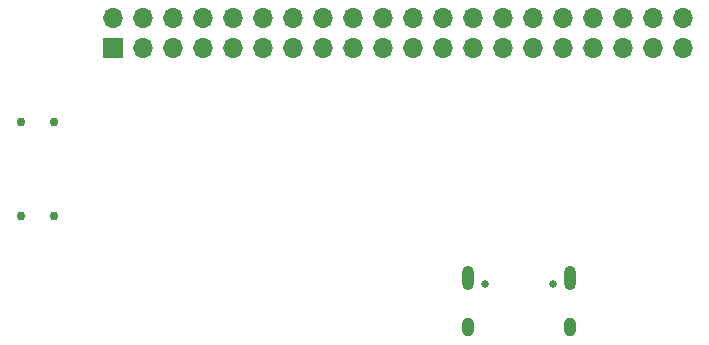
<source format=gbr>
%TF.GenerationSoftware,KiCad,Pcbnew,(5.1.8-0-10_14)*%
%TF.CreationDate,2021-08-13T15:07:17+08:00*%
%TF.ProjectId,microbyte-rp2040,6d696372-6f62-4797-9465-2d7270323034,rev?*%
%TF.SameCoordinates,Original*%
%TF.FileFunction,Soldermask,Bot*%
%TF.FilePolarity,Negative*%
%FSLAX46Y46*%
G04 Gerber Fmt 4.6, Leading zero omitted, Abs format (unit mm)*
G04 Created by KiCad (PCBNEW (5.1.8-0-10_14)) date 2021-08-13 15:07:17*
%MOMM*%
%LPD*%
G01*
G04 APERTURE LIST*
%ADD10O,1.700000X1.700000*%
%ADD11R,1.700000X1.700000*%
%ADD12O,1.000000X2.100000*%
%ADD13C,0.650000*%
%ADD14O,1.000000X1.600000*%
%ADD15C,0.750000*%
G04 APERTURE END LIST*
D10*
%TO.C,J4*%
X172800000Y-81090000D03*
X172800000Y-83630000D03*
X170260000Y-81090000D03*
X170260000Y-83630000D03*
X167720000Y-81090000D03*
X167720000Y-83630000D03*
X165180000Y-81090000D03*
X165180000Y-83630000D03*
X162640000Y-81090000D03*
X162640000Y-83630000D03*
X160100000Y-81090000D03*
X160100000Y-83630000D03*
X157560000Y-81090000D03*
X157560000Y-83630000D03*
X155020000Y-81090000D03*
X155020000Y-83630000D03*
X152480000Y-81090000D03*
X152480000Y-83630000D03*
X149940000Y-81090000D03*
X149940000Y-83630000D03*
X147400000Y-81090000D03*
X147400000Y-83630000D03*
X144860000Y-81090000D03*
X144860000Y-83630000D03*
X142320000Y-81090000D03*
X142320000Y-83630000D03*
X139780000Y-81090000D03*
X139780000Y-83630000D03*
X137240000Y-81090000D03*
X137240000Y-83630000D03*
X134700000Y-81090000D03*
X134700000Y-83630000D03*
X132160000Y-81090000D03*
X132160000Y-83630000D03*
X129620000Y-81090000D03*
X129620000Y-83630000D03*
X127080000Y-81090000D03*
X127080000Y-83630000D03*
X124540000Y-81090000D03*
D11*
X124540000Y-83630000D03*
%TD*%
D12*
%TO.C,J3*%
X163250000Y-103090000D03*
X154610000Y-103090000D03*
D13*
X156040000Y-103620000D03*
D14*
X154610000Y-107270000D03*
D13*
X161820000Y-103620000D03*
D14*
X163250000Y-107270000D03*
%TD*%
D15*
%TO.C,SW1*%
X119555000Y-89900000D03*
X116805000Y-89900000D03*
%TD*%
%TO.C,SW2*%
X116805000Y-97835000D03*
X119555000Y-97835000D03*
%TD*%
M02*

</source>
